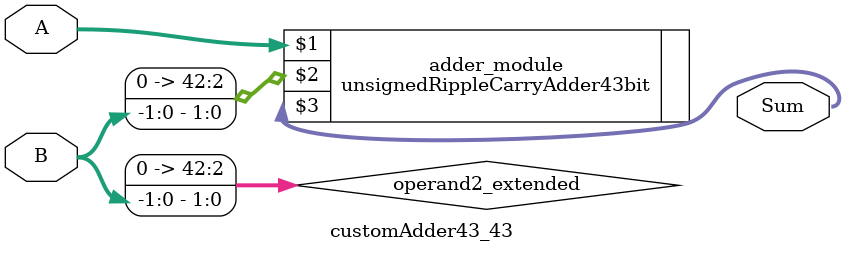
<source format=v>
module customAdder43_43(
                        input [42 : 0] A,
                        input [-1 : 0] B,
                        
                        output [43 : 0] Sum
                );

        wire [42 : 0] operand2_extended;
        
        assign operand2_extended =  {43'b0, B};
        
        unsignedRippleCarryAdder43bit adder_module(
            A,
            operand2_extended,
            Sum
        );
        
        endmodule
        
</source>
